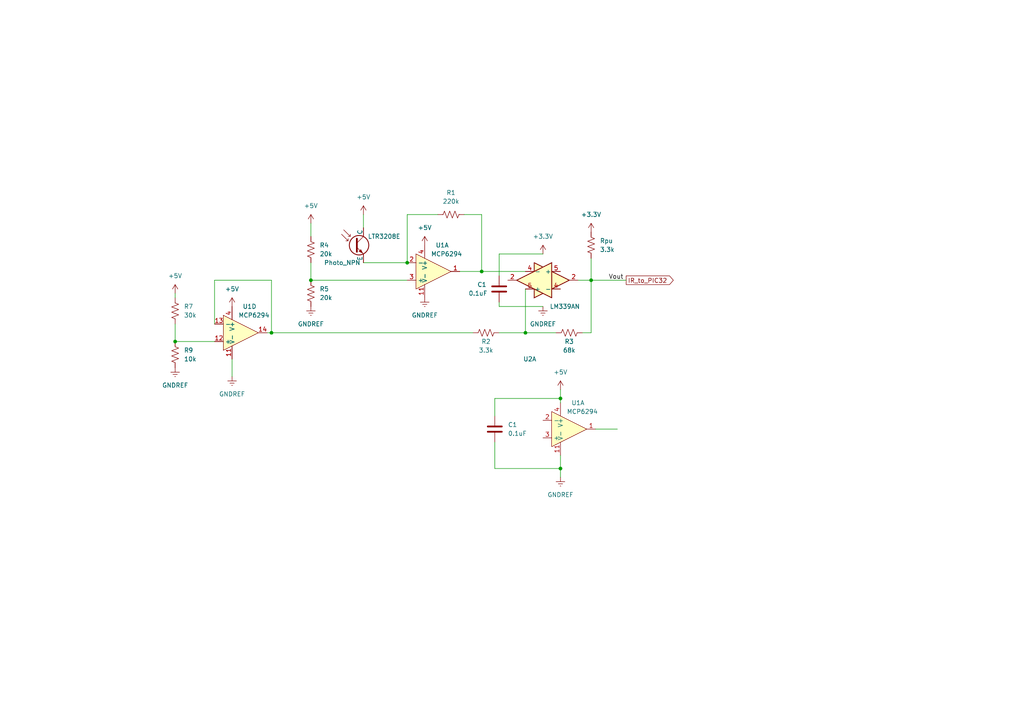
<source format=kicad_sch>
(kicad_sch (version 20230121) (generator eeschema)
  (paper "A4")
  (lib_symbols
    (symbol "ME218_BaseLib:Cap" (pin_numbers hide) (pin_names (offset 0.254))
      (property "Reference" "C" (at 0.635 2.54 0))
      (property "Value" "Cap" (at 0.635 -2.54 0))
      (symbol "Cap_0_1"
        (polyline (pts (xy -2.032 -0.762) (xy 2.032 -0.762)) (stroke (width 0.508)))
        (polyline (pts (xy -2.032 0.762) (xy 2.032 0.762)) (stroke (width 0.508)))
      )
      (symbol "Cap_1_1"
        (pin passive line (at 0 3.81 270) (length 2.794) (name "~") (number "1"))
        (pin passive line (at 0 -3.81 90) (length 2.794) (name "~") (number "2"))
      )
    )
    (symbol "ME218_BaseLib:LM339AN" (pin_names (offset 0.127))
      (property "Reference" "U" (at 0 5.08 0))
      (property "Value" "LM339AN" (at 0 -5.08 0))
      (symbol "LM339AN_1_1"
        (polyline (pts (xy -5.08 5.08) (xy 5.08 0) (xy -5.08 -5.08) (xy -5.08 5.08)) (stroke (width 0.254)) (fill (type background)))
        (pin open_collector line (at 7.62 0 180) (length 2.54) (name "~") (number "2"))
        (pin input line (at -7.62 -2.54 0) (length 2.54) (name "-") (number "4"))
        (pin input line (at -7.62 2.54 0) (length 2.54) (name "+") (number "5"))
      )
      (symbol "LM339AN_2_1"
        (polyline (pts (xy -5.08 5.08) (xy 5.08 0) (xy -5.08 -5.08) (xy -5.08 5.08)) (stroke (width 0.254)) (fill (type background)))
        (pin open_collector line (at 7.62 0 180) (length 2.54) (name "~") (number "1"))
        (pin input line (at -7.62 -2.54 0) (length 2.54) (name "-") (number "6"))
        (pin input line (at -7.62 2.54 0) (length 2.54) (name "+") (number "7"))
      )
      (symbol "LM339AN_3_1"
        (polyline (pts (xy -5.08 5.08) (xy 5.08 0) (xy -5.08 -5.08) (xy -5.08 5.08)) (stroke (width 0.254)) (fill (type background)))
        (pin input line (at -7.62 -2.54 0) (length 2.54) (name "-") (number "10"))
        (pin input line (at -7.62 2.54 0) (length 2.54) (name "+") (number "11"))
        (pin open_collector line (at 7.62 0 180) (length 2.54) (name "~") (number "13"))
      )
      (symbol "LM339AN_4_1"
        (polyline (pts (xy -5.08 5.08) (xy 5.08 0) (xy -5.08 -5.08) (xy -5.08 5.08)) (stroke (width 0.254)) (fill (type background)))
        (pin open_collector line (at 7.62 0 180) (length 2.54) (name "~") (number "14"))
        (pin input line (at -7.62 -2.54 0) (length 2.54) (name "-") (number "8"))
        (pin input line (at -7.62 2.54 0) (length 2.54) (name "+") (number "9"))
      )
      (symbol "LM339AN_5_1"
        (pin power_in line (at -2.54 -7.62 90) (length 3.81) (name "V-") (number "12"))
        (pin power_in line (at -2.54 7.62 270) (length 3.81) (name "V+") (number "3"))
      )
    )
    (symbol "ME218_BaseLib:MCP6294"
      (property "Reference" "U" (at 1.27 5.08 0))
      (property "Value" "MCP6294" (at 3.81 -5.08 0))
      (symbol "MCP6294_0_1"
        (polyline (pts (xy -5.08 5.08) (xy 5.08 0) (xy -5.08 -5.08) (xy -5.08 5.08)) (stroke (width 0.1524)) (fill (type background)))
        (pin power_in line (at -2.54 -7.62 90) (length 3.81) (name "V-") (number "11"))
        (pin power_in line (at -2.54 7.62 270) (length 3.81) (name "V+") (number "4"))
      )
      (symbol "MCP6294_1_1"
        (pin output line (at 7.62 0 180) (length 2.54) (name "~") (number "1"))
        (pin input line (at -7.62 2.54 0) (length 2.54) (name "-") (number "2"))
        (pin input line (at -7.62 -2.54 0) (length 2.54) (name "+") (number "3"))
      )
      (symbol "MCP6294_2_1"
        (pin input line (at -7.62 -2.54 0) (length 2.54) (name "+") (number "5"))
        (pin input line (at -7.62 2.54 0) (length 2.54) (name "-") (number "6"))
        (pin output line (at 7.62 0 180) (length 2.54) (name "~") (number "7"))
      )
      (symbol "MCP6294_3_1"
        (pin input line (at -7.62 -2.54 0) (length 2.54) (name "+") (number "10"))
        (pin output line (at 7.62 0 180) (length 2.54) (name "~") (number "8"))
        (pin input line (at -7.62 2.54 0) (length 2.54) (name "-") (number "9"))
      )
      (symbol "MCP6294_4_1"
        (pin input line (at -7.62 -2.54 0) (length 2.54) (name "+") (number "12"))
        (pin input line (at -7.62 2.54 0) (length 2.54) (name "-") (number "13"))
        (pin output line (at 7.62 0 180) (length 2.54) (name "~") (number "14"))
      )
    )
    (symbol "ME218_BaseLib:Photo_NPN" (pin_numbers hide) (pin_names (offset 0))
      (property "Reference" "Q" (at 5.08 1.27 0))
      (property "Value" "Photo_NPN" (at 5.08 -1.27 0))
      (symbol "Photo_NPN_0_1"
        (polyline (pts (xy -1.905 1.27) (xy -2.54 1.27)))
        (polyline (pts (xy -1.27 2.54) (xy -1.905 2.54)))
        (polyline (pts (xy 0.635 0.635) (xy 2.54 2.54)))
        (polyline (pts (xy -3.81 3.175) (xy -1.905 1.27) (xy -1.905 1.905)))
        (polyline (pts (xy -3.175 4.445) (xy -1.27 2.54) (xy -1.27 3.175)))
        (polyline (pts (xy 0.635 -0.635) (xy 2.54 -2.54) (xy 2.54 -2.54)))
        (polyline (pts (xy 0.635 1.905) (xy 0.635 -1.905) (xy 0.635 -1.905)) (stroke (width 0.508)))
        (polyline (pts (xy 1.27 -1.778) (xy 1.778 -1.27) (xy 2.286 -2.286) (xy 1.27 -1.778) (xy 1.27 -1.778)) (fill (type outline)))
        (circle (center 1.27 0) (radius 2.8194) (stroke (width 0.254)))
      )
      (symbol "Photo_NPN_1_1"
        (pin passive line (at 2.54 5.08 270) (length 2.54) (name "C") (number "1"))
        (pin passive line (at 2.54 -5.08 90) (length 2.54) (name "E") (number "2"))
      )
    )
    (symbol "ME218_BaseLib:Res1" (pin_numbers hide) (pin_names (offset 0))
      (property "Reference" "R" (at 2.54 0 90))
      (property "Value" "Res1" (at -2.54 0 90))
      (symbol "Res1_0_1"
        (polyline (pts (xy 0 -2.286) (xy 0 -2.54)))
        (polyline (pts (xy 0 2.286) (xy 0 2.54)))
        (polyline (pts (xy 0 -0.762) (xy 1.016 -1.143) (xy 0 -1.524) (xy -1.016 -1.905) (xy 0 -2.286)))
        (polyline (pts (xy 0 0.762) (xy 1.016 0.381) (xy 0 0) (xy -1.016 -0.381) (xy 0 -0.762)))
        (polyline (pts (xy 0 2.286) (xy 1.016 1.905) (xy 0 1.524) (xy -1.016 1.143) (xy 0 0.762)))
      )
      (symbol "Res1_1_1"
        (pin passive line (at 0 3.81 270) (length 1.27) (name "~") (number "1"))
        (pin passive line (at 0 -3.81 90) (length 1.27) (name "~") (number "2"))
      )
    )
    (symbol "power:+3.3V" (power) (pin_names (offset 0))
      (property "Value" "+3.3V" (at 0 3.556 0))
      (symbol "+3.3V_0_1"
        (polyline (pts (xy -0.762 1.27) (xy 0 2.54)))
        (polyline (pts (xy 0 0) (xy 0 2.54)))
        (polyline (pts (xy 0 2.54) (xy 0.762 1.27)))
      )
      (symbol "+3.3V_1_1"
        (pin power_in line (at 0 0 90) (length 0) hide (name "+3.3V") (number "1"))
      )
    )
    (symbol "power:+5V" (power) (pin_names (offset 0))
      (property "Value" "+5V" (at 0 3.556 0))
      (symbol "+5V_0_1"
        (polyline (pts (xy -0.762 1.27) (xy 0 2.54)))
        (polyline (pts (xy 0 0) (xy 0 2.54)))
        (polyline (pts (xy 0 2.54) (xy 0.762 1.27)))
      )
      (symbol "+5V_1_1"
        (pin power_in line (at 0 0 90) (length 0) hide (name "+5V") (number "1"))
      )
    )
    (symbol "power:GNDREF" (power) (pin_names (offset 0))
      (property "Value" "GNDREF" (at 0 -3.81 0))
      (symbol "GNDREF_0_1"
        (polyline (pts (xy -0.635 -1.905) (xy 0.635 -1.905)))
        (polyline (pts (xy -0.127 -2.54) (xy 0.127 -2.54)))
        (polyline (pts (xy 0 -1.27) (xy 0 0)))
        (polyline (pts (xy 1.27 -1.27) (xy -1.27 -1.27)))
      )
      (symbol "GNDREF_1_1"
        (pin power_in line (at 0 0 270) (length 0) hide (name "GNDREF") (number "1"))
      )
    )
  )
  (junction (at 118.11 76.2))
  (junction (at 139.7 78.74))
  (junction (at 50.8 99.06))
  (junction (at 78.74 96.52))
  (junction (at 162.56 135.89))
  (junction (at 90.17 81.28))
  (junction (at 152.4 96.52))
  (junction (at 162.56 115.57))
  (junction (at 171.45 81.28))
  (wire (pts (xy 171.45 74.93) (xy 171.45 81.28)))
  (wire (pts (xy 162.56 115.57) (xy 162.56 116.84)))
  (wire (pts (xy 90.17 64.77) (xy 90.17 68.58)))
  (wire (pts (xy 143.51 135.89) (xy 162.56 135.89)))
  (wire (pts (xy 152.4 96.52) (xy 161.29 96.52)))
  (wire (pts (xy 90.17 76.2) (xy 90.17 81.28)))
  (wire (pts (xy 78.74 81.28) (xy 78.74 96.52)))
  (wire (pts (xy 50.8 85.09) (xy 50.8 86.36)))
  (wire (pts (xy 144.78 88.9) (xy 144.78 87.63)))
  (wire (pts (xy 172.72 124.46) (xy 179.07 124.46)))
  (wire (pts (xy 143.51 115.57) (xy 162.56 115.57)))
  (wire (pts (xy 167.64 81.28) (xy 171.45 81.28)))
  (wire (pts (xy 152.4 83.82) (xy 152.4 96.52)))
  (wire (pts (xy 139.7 78.74) (xy 152.4 78.74)))
  (wire (pts (xy 62.23 81.28) (xy 78.74 81.28)))
  (wire (pts (xy 162.56 135.89) (xy 162.56 132.08)))
  (wire (pts (xy 171.45 96.52) (xy 171.45 81.28)))
  (wire (pts (xy 143.51 128.27) (xy 143.51 135.89)))
  (wire (pts (xy 118.11 62.23) (xy 127 62.23)))
  (wire (pts (xy 90.17 81.28) (xy 118.11 81.28)))
  (wire (pts (xy 144.78 80.01) (xy 144.78 73.66)))
  (wire (pts (xy 62.23 93.98) (xy 62.23 81.28)))
  (wire (pts (xy 143.51 120.65) (xy 143.51 115.57)))
  (wire (pts (xy 162.56 138.43) (xy 162.56 135.89)))
  (wire (pts (xy 50.8 93.98) (xy 50.8 99.06)))
  (wire (pts (xy 77.47 96.52) (xy 78.74 96.52)))
  (wire (pts (xy 105.41 62.23) (xy 105.41 66.04)))
  (wire (pts (xy 105.41 76.2) (xy 118.11 76.2)))
  (wire (pts (xy 168.91 96.52) (xy 171.45 96.52)))
  (wire (pts (xy 144.78 96.52) (xy 152.4 96.52)))
  (wire (pts (xy 162.56 113.03) (xy 162.56 115.57)))
  (wire (pts (xy 50.8 99.06) (xy 62.23 99.06)))
  (wire (pts (xy 139.7 62.23) (xy 139.7 78.74)))
  (wire (pts (xy 133.35 78.74) (xy 139.7 78.74)))
  (wire (pts (xy 134.62 62.23) (xy 139.7 62.23)))
  (wire (pts (xy 144.78 88.9) (xy 157.48 88.9)))
  (wire (pts (xy 144.78 73.66) (xy 157.48 73.66)))
  (wire (pts (xy 67.31 109.22) (xy 67.31 104.14)))
  (wire (pts (xy 78.74 96.52) (xy 137.16 96.52)))
  (wire (pts (xy 171.45 81.28) (xy 181.61 81.28)))
  (wire (pts (xy 118.11 76.2) (xy 118.11 62.23)))
  (label "Vout" (at 176.53 81.28 0))
  (global_label "IR_to_PIC32" (shape output) (at 181.61 81.28 0) (property "Intersheetrefs" "${INTERSHEET_REFS}" (effects hide)))
  (symbol (lib_id "ME218_BaseLib:Cap") (at 144.78 83.82 180) (unit 1)
    (property "Reference" "C1" (at 138.43 82.55 0) (effects (justify right)))
    (property "Value" "0.1uF" (at 135.89 85.09 0) (effects (justify right)))
    (instances (project "Lab1_3" (path "" (reference "C1") (unit 1))) (project "TeamProject" (path "" (reference "C9") (unit 1))))
  )
  (symbol (lib_id "ME218_BaseLib:Res1") (at 140.97 96.52 90) (unit 1)
    (property "Reference" "R2" (at 140.97 99.06 90))
    (property "Value" "3.3k" (at 140.97 101.6 90))
    (instances (project "Lab1_3" (path "" (reference "R2") (unit 1))) (project "TeamProject" (path "" (reference "R7") (unit 1))))
  )
  (symbol (lib_id "power:GNDREF") (at 90.17 88.9 0) (unit 1)
    (property "Reference" "#PWR014" (effects hide))
    (property "Value" "GNDREF" (at 90.17 93.98 0))
    (instances (project "Lab4" (path "" (reference "#PWR014") (unit 1)) (path "" (reference "#PWR02") (unit 1))) (project "TeamProject" (path "" (reference "#PWR09") (unit 1))))
  )
  (symbol (lib_id "ME218_BaseLib:Res1") (at 165.1 96.52 90) (unit 1)
    (property "Reference" "R3" (at 165.1 99.06 90))
    (property "Value" "68k" (at 165.1 101.6 90))
    (instances (project "Lab1_3" (path "" (reference "R3") (unit 1))) (project "TeamProject" (path "" (reference "R8") (unit 1))))
  )
  (symbol (lib_id "ME218_BaseLib:Res1") (at 50.8 90.17 180) (unit 1)
    (property "Reference" "R7" (at 53.34 88.9 0) (effects (justify right)))
    (property "Value" "30k" (at 53.34 91.44 0) (effects (justify right)))
    (instances (project "Lab4" (path "" (reference "R7") (unit 1)) (path "" (reference "R3") (unit 1))) (project "TeamProject" (path "" (reference "R9") (unit 1))))
  )
  (symbol (lib_id "power:+3.3V") (at 157.48 73.66 0) (unit 1)
    (property "Reference" "#PWR06" (effects hide))
    (property "Value" "+3.3V" (at 157.48 68.58 0))
    (instances (project "Lab1_3" (path "" (reference "#PWR06") (unit 1))) (project "TeamProject" (path "" (reference "#PWR029") (unit 1))))
  )
  (symbol (lib_id "power:GNDREF") (at 67.31 109.22 0) (unit 1)
    (property "Reference" "#PWR010" (effects hide))
    (property "Value" "GNDREF" (at 67.31 114.3 0))
    (instances (project "Lab4" (path "" (reference "#PWR010") (unit 1)) (path "" (reference "#PWR06") (unit 1))) (project "TeamProject" (path "" (reference "#PWR032") (unit 1))))
  )
  (symbol (lib_id "power:+5V") (at 105.41 62.23 0) (unit 1)
    (property "Reference" "#PWR01" (effects hide))
    (property "Value" "+5V" (at 105.41 57.15 0))
    (instances (project "Lab1_3" (path "" (reference "#PWR01") (unit 1))) (project "TeamProject" (path "" (reference "#PWR022") (unit 1))))
  )
  (symbol (lib_id "power:+5V") (at 123.19 71.12 0) (unit 1)
    (property "Reference" "#PWR02" (effects hide))
    (property "Value" "+5V" (at 123.19 66.04 0))
    (instances (project "Lab1_3" (path "" (reference "#PWR02") (unit 1))) (project "TeamProject" (path "" (reference "#PWR023") (unit 1))))
  )
  (symbol (lib_id "ME218_BaseLib:Cap") (at 143.51 124.46 180) (unit 1)
    (property "Reference" "C1" (at 147.32 123.19 0) (effects (justify right)))
    (property "Value" "0.1uF" (at 147.32 125.73 0) (effects (justify right)))
    (instances (project "Lab1_3" (path "" (reference "C1") (unit 1))) (project "TeamProject" (path "" (reference "C7") (unit 1))))
  )
  (symbol (lib_id "power:GNDREF") (at 157.48 88.9 0) (unit 1)
    (property "Reference" "#PWR07" (effects hide))
    (property "Value" "GNDREF" (at 157.48 93.98 0))
    (instances (project "Lab1_3" (path "" (reference "#PWR07") (unit 1))) (project "TeamProject" (path "" (reference "#PWR030") (unit 1))))
  )
  (symbol (lib_id "power:GNDREF") (at 123.19 86.36 0) (unit 1)
    (property "Reference" "#PWR03" (effects hide))
    (property "Value" "GNDREF" (at 123.19 91.44 0))
    (instances (project "Lab1_3" (path "" (reference "#PWR03") (unit 1))) (project "TeamProject" (path "" (reference "#PWR024") (unit 1))))
  )
  (symbol (lib_id "power:GNDREF") (at 50.8 106.68 0) (unit 1)
    (property "Reference" "#PWR011" (effects hide))
    (property "Value" "GNDREF" (at 50.8 111.76 0))
    (instances (project "Lab4" (path "" (reference "#PWR011") (unit 1)) (path "" (reference "#PWR04") (unit 1))) (project "TeamProject" (path "" (reference "#PWR021") (unit 1))))
  )
  (symbol (lib_id "power:+5V") (at 67.31 88.9 0) (unit 1)
    (property "Reference" "#PWR08" (effects hide))
    (property "Value" "+5V" (at 67.31 83.82 0))
    (instances (project "Lab4" (path "" (reference "#PWR08") (unit 1)) (path "" (reference "#PWR05") (unit 1))) (project "TeamProject" (path "" (reference "#PWR031") (unit 1))))
  )
  (symbol (lib_id "ME218_BaseLib:MCP6294") (at 69.85 96.52 0) (unit 4)
    (property "Reference" "U1" (at 72.39 88.9 0))
    (property "Value" "MCP6294" (at 73.66 91.44 0))
    (instances (project "Lab4" (path "" (reference "U1") (unit 4)) (path "" (reference "U1") (unit 4))) (project "TeamProject" (path "" (reference "U4") (unit 4))))
  )
  (symbol (lib_id "power:+5V") (at 50.8 85.09 0) (unit 1)
    (property "Reference" "#PWR09" (effects hide))
    (property "Value" "+5V" (at 50.8 80.01 0))
    (instances (project "Lab4" (path "" (reference "#PWR09") (unit 1)) (path "" (reference "#PWR03") (unit 1))) (project "TeamProject" (path "" (reference "#PWR020") (unit 1))))
  )
  (symbol (lib_id "ME218_BaseLib:Res1") (at 171.45 71.12 180) (unit 1)
    (property "Reference" "Rpu" (at 173.99 69.85 0) (effects (justify right)))
    (property "Value" "3.3k" (at 173.99 72.39 0) (effects (justify right)))
    (instances (project "Lab1_3" (path "" (reference "Rpu") (unit 1))) (project "TeamProject" (path "" (reference "Rpu1") (unit 1))))
  )
  (symbol (lib_id "ME218_BaseLib:Photo_NPN") (at 102.87 71.12 0) (unit 1)
    (property "Reference" "LTR3208E" (at 106.68 68.58 0) (effects (justify left)))
    (property "Value" "Photo_NPN" (at 93.98 76.2 0) (effects (justify left)))
    (instances (project "Lab1_3" (path "" (reference "LTR3208E") (unit 1))) (project "TeamProject" (path "" (reference "LTR3208E1") (unit 1))))
  )
  (symbol (lib_id "ME218_BaseLib:Res1") (at 50.8 102.87 180) (unit 1)
    (property "Reference" "R9" (at 53.34 101.6 0) (effects (justify right)))
    (property "Value" "10k" (at 53.34 104.14 0) (effects (justify right)))
    (instances (project "Lab4" (path "" (reference "R9") (unit 1)) (path "" (reference "R4") (unit 1))) (project "TeamProject" (path "" (reference "R10") (unit 1))))
  )
  (symbol (lib_id "ME218_BaseLib:Res1") (at 130.81 62.23 90) (unit 1)
    (property "Reference" "R1" (at 130.81 55.88 90))
    (property "Value" "220k" (at 130.81 58.42 90))
    (instances (project "Lab1_3" (path "" (reference "R1") (unit 1))) (project "TeamProject" (path "" (reference "R6") (unit 1))))
  )
  (symbol (lib_id "ME218_BaseLib:LM339AN") (at 154.94 81.28 0) (mirror y) (unit 1)
    (property "Reference" "U2" (effects hide))
    (property "Value" "LM339AN" (effects hide))
    (instances (project "Lab1_3" (path "" (reference "U2") (unit 1))) (project "TeamProject" (path "" (reference "U7") (unit 5))))
  )
  (symbol (lib_id "ME218_BaseLib:MCP6294") (at 125.73 78.74 0) (unit 1)
    (property "Reference" "U1" (at 128.27 71.12 0))
    (property "Value" "MCP6294" (at 129.54 73.66 0))
    (instances (project "Lab1_3" (path "" (reference "U1") (unit 1))) (project "TeamProject" (path "" (reference "U4") (unit 1))))
  )
  (symbol (lib_id "ME218_BaseLib:Res1") (at 90.17 85.09 180) (unit 1)
    (property "Reference" "R5" (at 92.71 83.82 0) (effects (justify right)))
    (property "Value" "20k" (at 92.71 86.36 0) (effects (justify right)))
    (instances (project "Lab4" (path "" (reference "R5") (unit 1)) (path "" (reference "R2") (unit 1))) (project "TeamProject" (path "" (reference "R5") (unit 1))))
  )
  (symbol (lib_id "power:+3.3V") (at 171.45 67.31 0) (unit 1)
    (property "Reference" "#PWR06" (effects hide))
    (property "Value" "+3.3V" (at 171.45 62.23 0))
    (instances (project "Lab1_3" (path "" (reference "#PWR06") (unit 1))) (project "TeamProject" (path "" (reference "#PWR027") (unit 1))))
  )
  (symbol (lib_id "power:+5V") (at 162.56 113.03 0) (unit 1)
    (property "Reference" "#PWR05" (effects hide))
    (property "Value" "+5V" (at 162.56 107.95 0))
    (instances (project "Lab1_3" (path "" (reference "#PWR05") (unit 1))) (project "TeamProject" (path "" (reference "#PWR025") (unit 1))))
  )
  (symbol (lib_id "power:GNDREF") (at 162.56 138.43 0) (unit 1)
    (property "Reference" "#PWR07" (effects hide))
    (property "Value" "GNDREF" (at 162.56 143.51 0))
    (instances (project "Lab1_3" (path "" (reference "#PWR07") (unit 1))) (project "TeamProject" (path "" (reference "#PWR026") (unit 1))))
  )
  (symbol (lib_id "ME218_BaseLib:MCP6294") (at 165.1 124.46 0) (unit 1)
    (property "Reference" "U1" (at 167.64 116.84 0))
    (property "Value" "MCP6294" (at 168.91 119.38 0))
    (instances (project "Lab1_3" (path "" (reference "U1") (unit 1))) (project "TeamProject" (path "" (reference "U6") (unit 1))))
  )
  (symbol (lib_id "ME218_BaseLib:LM339AN") (at 160.02 81.28 0) (mirror x) (unit 1)
    (property "Reference" "U2" (at 153.67 104.14 0))
    (property "Value" "LM339AN" (at 163.83 88.9 0))
    (instances (project "Lab1_3" (path "" (reference "U2") (unit 1))) (project "TeamProject" (path "" (reference "U5") (unit 1))))
  )
  (symbol (lib_id "power:+5V") (at 90.17 64.77 0) (unit 1)
    (property "Reference" "#PWR013" (effects hide))
    (property "Value" "+5V" (at 90.17 59.69 0))
    (instances (project "Lab4" (path "" (reference "#PWR013") (unit 1)) (path "" (reference "#PWR01") (unit 1))) (project "TeamProject" (path "" (reference "#PWR08") (unit 1))))
  )
  (symbol (lib_id "ME218_BaseLib:Res1") (at 90.17 72.39 180) (unit 1)
    (property "Reference" "R4" (at 92.71 71.12 0) (effects (justify right)))
    (property "Value" "20k" (at 92.71 73.66 0) (effects (justify right)))
    (instances (project "Lab4" (path "" (reference "R4") (unit 1)) (path "" (reference "R1") (unit 1))) (project "TeamProject" (path "" (reference "R4") (unit 1))))
  )
)
</source>
